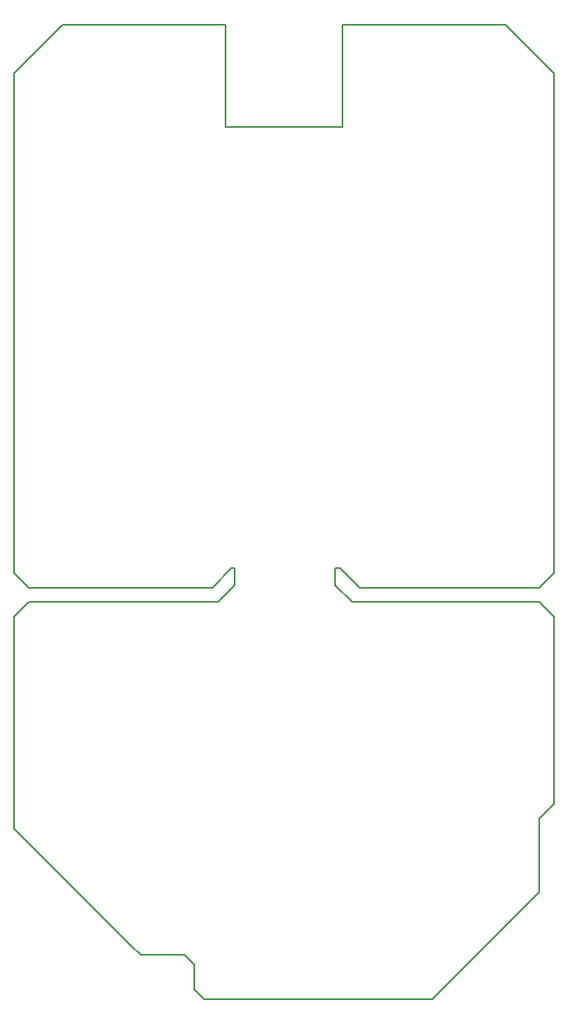
<source format=gbr>
%TF.GenerationSoftware,KiCad,Pcbnew,7.0.2-6a45011f42~172~ubuntu22.04.1*%
%TF.CreationDate,2023-05-16T10:12:08+01:00*%
%TF.ProjectId,little-angel-chorus,6c697474-6c65-42d6-916e-67656c2d6368,rev?*%
%TF.SameCoordinates,Original*%
%TF.FileFunction,Profile,NP*%
%FSLAX46Y46*%
G04 Gerber Fmt 4.6, Leading zero omitted, Abs format (unit mm)*
G04 Created by KiCad (PCBNEW 7.0.2-6a45011f42~172~ubuntu22.04.1) date 2023-05-16 10:12:08*
%MOMM*%
%LPD*%
G01*
G04 APERTURE LIST*
%TA.AperFunction,Profile*%
%ADD10C,0.150000*%
%TD*%
G04 APERTURE END LIST*
D10*
X141553812Y-100083812D02*
X139553812Y-102083812D01*
X132703812Y-139833812D02*
X132203812Y-139833812D01*
X152203812Y-100083812D02*
X152703812Y-100083812D01*
X173203812Y-125833812D02*
X173203812Y-133333812D01*
X132203812Y-139833812D02*
X131203812Y-138833812D01*
X121203812Y-103583812D02*
X120703812Y-103583812D01*
X152953812Y-54833812D02*
X152953812Y-44333812D01*
X140153812Y-103583812D02*
X121203812Y-103583812D01*
X154703812Y-102083812D02*
X173203812Y-102083812D01*
X120703812Y-102083812D02*
X119203812Y-100583812D01*
X153953812Y-103583812D02*
X168953812Y-103583812D01*
X174703812Y-100583812D02*
X174703812Y-77333812D01*
X174703812Y-105083812D02*
X173203812Y-103583812D01*
X119203812Y-49333812D02*
X119203812Y-100583812D01*
X141903812Y-100088812D02*
X141903812Y-101833812D01*
X173203812Y-133333812D02*
X162203812Y-144333812D01*
X137703812Y-143333812D02*
X137703812Y-140833812D01*
X120703812Y-102083812D02*
X120703812Y-102083812D01*
X141903812Y-100088812D02*
X141553812Y-100083812D01*
X152953812Y-44333812D02*
X169703812Y-44333812D01*
X139553812Y-102083812D02*
X120703812Y-102083812D01*
X138703812Y-144333812D02*
X137703812Y-143333812D01*
X119203812Y-49333812D02*
X124203812Y-44333812D01*
X173203812Y-125833812D02*
X174703812Y-124333812D01*
X131203812Y-138833812D02*
X119203812Y-126833812D01*
X137703812Y-140833812D02*
X136703812Y-139833812D01*
X120703812Y-103583812D02*
X119203812Y-105083812D01*
X140953812Y-54833812D02*
X152953812Y-54833812D01*
X173203812Y-103583812D02*
X168953812Y-103583812D01*
X141903812Y-101833812D02*
X140153812Y-103583812D01*
X173203812Y-102083812D02*
X174703812Y-100583812D01*
X152203812Y-101833812D02*
X153953812Y-103583812D01*
X174703812Y-124333812D02*
X174703812Y-105083812D01*
X119203812Y-126833812D02*
X119203812Y-113333812D01*
X152703812Y-100083812D02*
X154703812Y-102083812D01*
X152203812Y-101833812D02*
X152203812Y-100083812D01*
X136703812Y-139833812D02*
X132703812Y-139833812D01*
X140953812Y-44333812D02*
X140953812Y-54833812D01*
X174703812Y-77333812D02*
X174703812Y-49333812D01*
X119203812Y-105083812D02*
X119203812Y-113333812D01*
X169703812Y-44333812D02*
X174703812Y-49333812D01*
X140953812Y-44333812D02*
X124203812Y-44333812D01*
X138703812Y-144333812D02*
X162203812Y-144333812D01*
M02*

</source>
